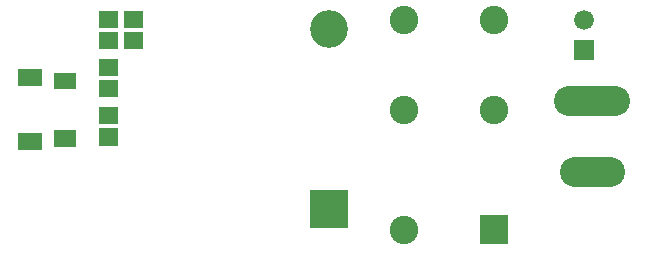
<source format=gbr>
G04 start of page 5 for group -4062 idx -4062 *
G04 Title: (unknown), soldermask *
G04 Creator: pcb 20091103 *
G04 CreationDate: Thu 05 May 2011 07:25:20 AM GMT UTC *
G04 For: gjhurlbu *
G04 Format: Gerber/RS-274X *
G04 PCB-Dimensions: 600000 500000 *
G04 PCB-Coordinate-Origin: lower left *
%MOIN*%
%FSLAX25Y25*%
%LNBACKMASK*%
%ADD12C,0.0200*%
%ADD31C,0.1260*%
%ADD32C,0.0950*%
%ADD33C,0.0660*%
%ADD34C,0.1000*%
%ADD39R,0.0572X0.0572*%
G54D12*G36*
X143700Y388300D02*Y375700D01*
X156300D01*
Y388300D01*
X143700D01*
G37*
G54D31*X150000Y442000D03*
G54D32*X175000Y375000D03*
G54D12*G36*
X60046Y427347D02*Y421747D01*
X65646D01*
Y427347D01*
X60046D01*
G37*
G36*
X59277D02*Y421747D01*
X64877D01*
Y427347D01*
X59277D01*
G37*
G36*
X58508D02*Y421747D01*
X64108D01*
Y427347D01*
X58508D01*
G37*
G36*
X46522Y428528D02*Y422928D01*
X52122D01*
Y428528D01*
X46522D01*
G37*
G36*
X47585D02*Y422928D01*
X53185D01*
Y428528D01*
X47585D01*
G37*
G36*
X48648D02*Y422928D01*
X54248D01*
Y428528D01*
X48648D01*
G37*
G36*
X60046Y408253D02*Y402653D01*
X65646D01*
Y408253D01*
X60046D01*
G37*
G36*
X59277D02*Y402653D01*
X64877D01*
Y408253D01*
X59277D01*
G37*
G36*
X58508D02*Y402653D01*
X64108D01*
Y408253D01*
X58508D01*
G37*
G36*
X46522Y407072D02*Y401472D01*
X52122D01*
Y407072D01*
X46522D01*
G37*
G36*
X47585D02*Y401472D01*
X53185D01*
Y407072D01*
X47585D01*
G37*
G36*
X48648D02*Y401472D01*
X54248D01*
Y407072D01*
X48648D01*
G37*
G36*
X231700Y438300D02*Y431700D01*
X238300D01*
Y438300D01*
X231700D01*
G37*
G54D33*X235000Y445000D03*
G54D32*X175000D03*
Y415000D03*
G54D34*X231900Y394300D03*
X233800D03*
X235800D03*
X237700D03*
X239700D03*
X241600D03*
X229900Y417900D03*
X231900D03*
X233800D03*
X235800D03*
X237700D03*
X239700D03*
X241600D03*
X243600D03*
X245500D03*
X243600Y394300D03*
G54D12*G36*
X200250Y379750D02*Y370250D01*
X209750D01*
Y379750D01*
X200250D01*
G37*
G54D32*X205000Y415000D03*
Y445000D03*
G54D39*X76214Y422000D02*X77000D01*
X76214Y413000D02*X77000D01*
X76214Y405914D02*X77000D01*
X76214Y429086D02*X77000D01*
X76214Y438000D02*X77000D01*
X76214Y445086D02*X77000D01*
X84428Y438000D02*X85214D01*
X84428Y445086D02*X85214D01*
M02*

</source>
